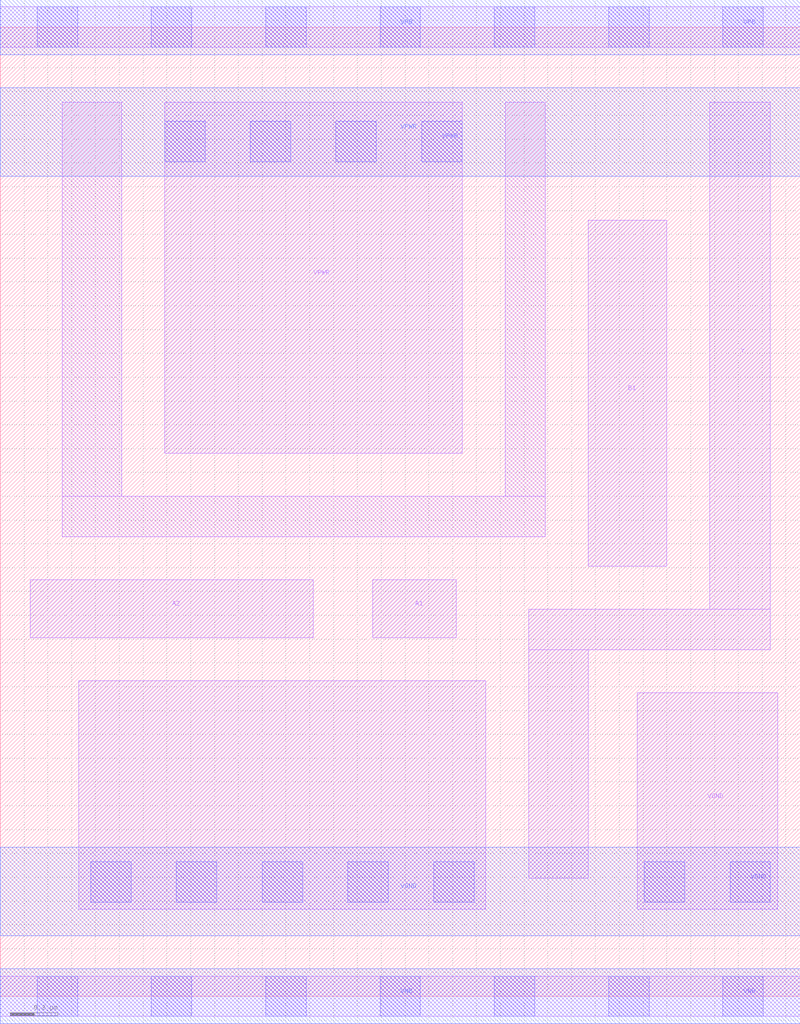
<source format=lef>
# Copyright 2020 The SkyWater PDK Authors
#
# Licensed under the Apache License, Version 2.0 (the "License");
# you may not use this file except in compliance with the License.
# You may obtain a copy of the License at
#
#     https://www.apache.org/licenses/LICENSE-2.0
#
# Unless required by applicable law or agreed to in writing, software
# distributed under the License is distributed on an "AS IS" BASIS,
# WITHOUT WARRANTIES OR CONDITIONS OF ANY KIND, either express or implied.
# See the License for the specific language governing permissions and
# limitations under the License.
#
# SPDX-License-Identifier: Apache-2.0

VERSION 5.7 ;
  NAMESCASESENSITIVE ON ;
  NOWIREEXTENSIONATPIN ON ;
  DIVIDERCHAR "/" ;
  BUSBITCHARS "[]" ;
UNITS
  DATABASE MICRONS 200 ;
END UNITS
MACRO sky130_fd_sc_hvl__a21oi_1
  CLASS CORE ;
  SOURCE USER ;
  FOREIGN sky130_fd_sc_hvl__a21oi_1 ;
  ORIGIN  0.000000  0.000000 ;
  SIZE  3.360000 BY  4.070000 ;
  SYMMETRY X Y ;
  SITE unithv ;
  PIN A1
    ANTENNAGATEAREA  1.125000 ;
    DIRECTION INPUT ;
    USE SIGNAL ;
    PORT
      LAYER li1 ;
        RECT 1.565000 1.505000 1.915000 1.750000 ;
    END
  END A1
  PIN A2
    ANTENNAGATEAREA  1.125000 ;
    DIRECTION INPUT ;
    USE SIGNAL ;
    PORT
      LAYER li1 ;
        RECT 0.125000 1.505000 1.315000 1.750000 ;
    END
  END A2
  PIN B1
    ANTENNAGATEAREA  1.125000 ;
    DIRECTION INPUT ;
    USE SIGNAL ;
    PORT
      LAYER li1 ;
        RECT 2.470000 1.805000 2.800000 3.260000 ;
    END
  END B1
  PIN Y
    ANTENNADIFFAREA  0.832500 ;
    DIRECTION OUTPUT ;
    USE SIGNAL ;
    PORT
      LAYER li1 ;
        RECT 2.220000 0.495000 2.470000 1.455000 ;
        RECT 2.220000 1.455000 3.235000 1.625000 ;
        RECT 2.980000 1.625000 3.235000 3.755000 ;
    END
  END Y
  PIN VGND
    DIRECTION INOUT ;
    USE GROUND ;
    PORT
      LAYER li1 ;
        RECT 0.330000 0.365000 2.040000 1.325000 ;
        RECT 2.675000 0.365000 3.265000 1.275000 ;
      LAYER mcon ;
        RECT 0.380000 0.395000 0.550000 0.565000 ;
        RECT 0.740000 0.395000 0.910000 0.565000 ;
        RECT 1.100000 0.395000 1.270000 0.565000 ;
        RECT 1.460000 0.395000 1.630000 0.565000 ;
        RECT 1.820000 0.395000 1.990000 0.565000 ;
        RECT 2.705000 0.395000 2.875000 0.565000 ;
        RECT 3.065000 0.395000 3.235000 0.565000 ;
      LAYER met1 ;
        RECT 0.000000 0.255000 3.360000 0.625000 ;
    END
  END VGND
  PIN VNB
    DIRECTION INOUT ;
    USE GROUND ;
    PORT
      LAYER li1 ;
        RECT 0.000000 -0.085000 3.360000 0.085000 ;
      LAYER mcon ;
        RECT 0.155000 -0.085000 0.325000 0.085000 ;
        RECT 0.635000 -0.085000 0.805000 0.085000 ;
        RECT 1.115000 -0.085000 1.285000 0.085000 ;
        RECT 1.595000 -0.085000 1.765000 0.085000 ;
        RECT 2.075000 -0.085000 2.245000 0.085000 ;
        RECT 2.555000 -0.085000 2.725000 0.085000 ;
        RECT 3.035000 -0.085000 3.205000 0.085000 ;
      LAYER met1 ;
        RECT 0.000000 -0.115000 3.360000 0.115000 ;
    END
  END VNB
  PIN VPB
    DIRECTION INOUT ;
    USE POWER ;
    PORT
      LAYER li1 ;
        RECT 0.000000 3.985000 3.360000 4.155000 ;
      LAYER mcon ;
        RECT 0.155000 3.985000 0.325000 4.155000 ;
        RECT 0.635000 3.985000 0.805000 4.155000 ;
        RECT 1.115000 3.985000 1.285000 4.155000 ;
        RECT 1.595000 3.985000 1.765000 4.155000 ;
        RECT 2.075000 3.985000 2.245000 4.155000 ;
        RECT 2.555000 3.985000 2.725000 4.155000 ;
        RECT 3.035000 3.985000 3.205000 4.155000 ;
      LAYER met1 ;
        RECT 0.000000 3.955000 3.360000 4.185000 ;
    END
  END VPB
  PIN VPWR
    DIRECTION INOUT ;
    USE POWER ;
    PORT
      LAYER li1 ;
        RECT 0.690000 2.280000 1.940000 3.755000 ;
      LAYER mcon ;
        RECT 0.690000 3.505000 0.860000 3.675000 ;
        RECT 1.050000 3.505000 1.220000 3.675000 ;
        RECT 1.410000 3.505000 1.580000 3.675000 ;
        RECT 1.770000 3.505000 1.940000 3.675000 ;
      LAYER met1 ;
        RECT 0.000000 3.445000 3.360000 3.815000 ;
    END
  END VPWR
  OBS
    LAYER li1 ;
      RECT 0.260000 1.930000 2.290000 2.100000 ;
      RECT 0.260000 2.100000 0.510000 3.755000 ;
      RECT 2.120000 2.100000 2.290000 3.755000 ;
  END
END sky130_fd_sc_hvl__a21oi_1

</source>
